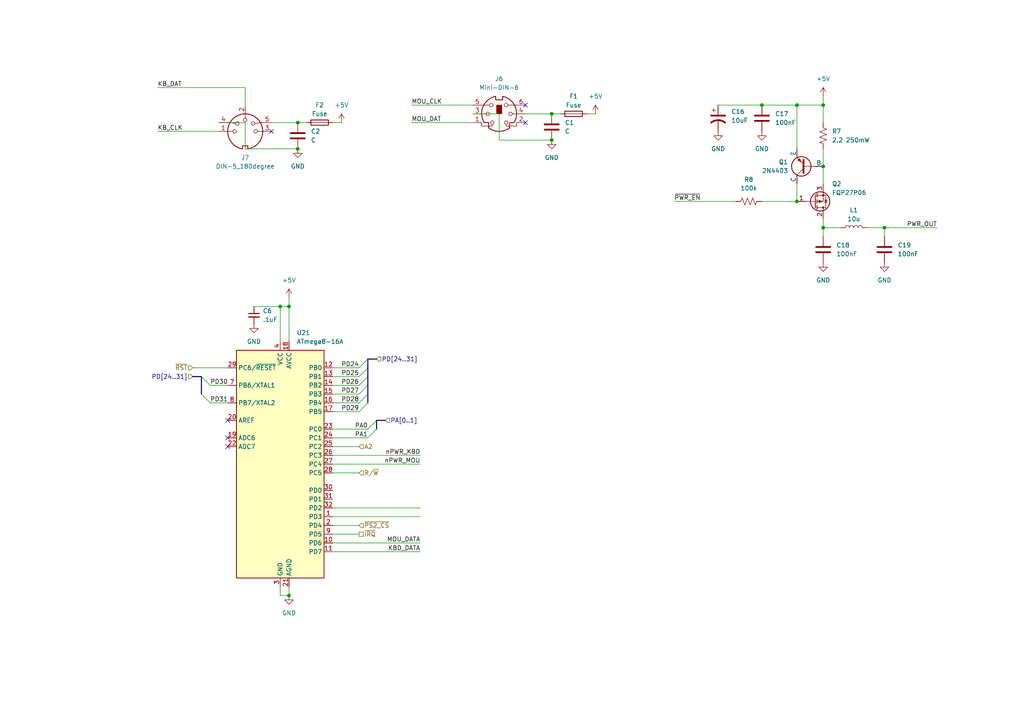
<source format=kicad_sch>
(kicad_sch (version 20230121) (generator eeschema)
  (paper "A4")
  (lib_symbols
    (symbol "Connector:DIN-5_180degree" (pin_names (offset 1.016))
      (property "Reference" "J" (at 3.175 5.715 0))
      (property "Value" "DIN-5_180degree" (at 0 -6.35 0))
      (symbol "DIN-5_180degree_0_1"
        (arc (start -5.08 0) (mid -3.8609 -3.3364) (end -0.762 -5.08) (stroke (width 0.254)))
        (circle (center -3.048 0) (radius 0.508))
        (circle (center -2.286 2.286) (radius 0.508))
        (polyline (pts (xy -5.08 0) (xy -3.556 0)))
        (polyline (pts (xy 0 5.08) (xy 0 3.81)))
        (polyline (pts (xy 5.08 0) (xy 3.556 0)))
        (polyline (pts (xy -5.08 2.54) (xy -4.318 2.54) (xy -2.794 2.286)))
        (polyline (pts (xy 5.08 2.54) (xy 4.318 2.54) (xy 2.794 2.286)))
        (polyline (pts (xy -0.762 -4.953) (xy -0.762 -4.191) (xy 0.762 -4.191) (xy 0.762 -4.953)) (stroke (width 0.254)))
        (circle (center 0 3.302) (radius 0.508))
        (arc (start 0.762 -5.08) (mid 3.8685 -3.343) (end 5.08 0) (stroke (width 0.254)))
        (circle (center 2.286 2.286) (radius 0.508))
        (circle (center 3.048 0) (radius 0.508))
        (arc (start 5.08 0) (mid 0 5.0579) (end -5.08 0) (stroke (width 0.254)))
      )
      (symbol "DIN-5_180degree_1_1"
        (pin passive line (at -7.62 0 0) (length 2.54) (name "~") (number "1"))
        (pin passive line (at 0 7.62 270) (length 2.54) (name "~") (number "2"))
        (pin passive line (at 7.62 0 180) (length 2.54) (name "~") (number "3"))
        (pin passive line (at -7.62 2.54 0) (length 2.54) (name "~") (number "4"))
        (pin passive line (at 7.62 2.54 180) (length 2.54) (name "~") (number "5"))
      )
    )
    (symbol "Connector:Mini-DIN-6" (pin_names (offset 1.016))
      (property "Reference" "J" (at 0 6.35 0))
      (property "Value" "Mini-DIN-6" (at 0 -6.35 0))
      (symbol "Mini-DIN-6_0_1"
        (circle (center -3.302 0) (radius 0.508))
        (arc (start -3.048 -4.064) (mid 0 -5.08) (end 3.048 -4.064) (stroke (width 0.254)))
        (circle (center -2.032 -2.54) (radius 0.508))
        (circle (center -2.032 2.54) (radius 0.508))
        (arc (start -1.016 5.08) (mid -4.6228 2.1214) (end -4.318 -2.54) (stroke (width 0.254)))
        (rectangle (start -0.762 2.54) (end 0.762 0) (fill (type outline)))
        (polyline (pts (xy -3.81 0) (xy -5.08 0)))
        (polyline (pts (xy -2.54 2.54) (xy -5.08 2.54)))
        (polyline (pts (xy 2.794 2.54) (xy 5.08 2.54)))
        (polyline (pts (xy 5.08 0) (xy 3.81 0)))
        (polyline (pts (xy -4.318 -2.54) (xy -3.048 -2.54) (xy -3.048 -4.064)) (stroke (width 0.254)))
        (polyline (pts (xy 4.318 -2.54) (xy 3.048 -2.54) (xy 3.048 -4.064)) (stroke (width 0.254)))
        (polyline (pts (xy -2.032 -3.048) (xy -2.032 -3.556) (xy -5.08 -3.556) (xy -5.08 -2.54)))
        (polyline (pts (xy -1.016 5.08) (xy -1.016 4.064) (xy 1.016 4.064) (xy 1.016 5.08)) (stroke (width 0.254)))
        (polyline (pts (xy 2.032 -3.048) (xy 2.032 -3.556) (xy 5.08 -3.556) (xy 5.08 -2.54)))
        (circle (center 2.032 -2.54) (radius 0.508))
        (circle (center 2.286 2.54) (radius 0.508))
        (circle (center 3.302 0) (radius 0.508))
        (arc (start 4.318 -2.54) (mid 4.6661 2.1322) (end 1.016 5.08) (stroke (width 0.254)))
      )
      (symbol "Mini-DIN-6_1_1"
        (pin passive line (at 7.62 -2.54 180) (length 2.54) (name "~") (number "1"))
        (pin passive line (at -7.62 -2.54 0) (length 2.54) (name "~") (number "2"))
        (pin passive line (at 7.62 0 180) (length 2.54) (name "~") (number "3"))
        (pin passive line (at -7.62 0 0) (length 2.54) (name "~") (number "4"))
        (pin passive line (at 7.62 2.54 180) (length 2.54) (name "~") (number "5"))
        (pin passive line (at -7.62 2.54 0) (length 2.54) (name "~") (number "6"))
      )
    )
    (symbol "Device:C" (pin_numbers hide) (pin_names (offset 0.254))
      (property "Reference" "C" (at 0.635 2.54 0))
      (property "Value" "C" (at 0.635 -2.54 0))
      (symbol "C_0_1"
        (polyline (pts (xy -2.032 -0.762) (xy 2.032 -0.762)) (stroke (width 0.508)))
        (polyline (pts (xy -2.032 0.762) (xy 2.032 0.762)) (stroke (width 0.508)))
      )
      (symbol "C_1_1"
        (pin passive line (at 0 3.81 270) (length 2.794) (name "~") (number "1"))
        (pin passive line (at 0 -3.81 90) (length 2.794) (name "~") (number "2"))
      )
    )
    (symbol "Device:C_Polarized_US" (pin_numbers hide) (pin_names (offset 0.254) hide)
      (property "Reference" "C" (at 0.635 2.54 0))
      (property "Value" "C_Polarized_US" (at 0.635 -2.54 0))
      (symbol "C_Polarized_US_0_1"
        (polyline (pts (xy -2.032 0.762) (xy 2.032 0.762)) (stroke (width 0.508)))
        (polyline (pts (xy -1.778 2.286) (xy -0.762 2.286)))
        (polyline (pts (xy -1.27 1.778) (xy -1.27 2.794)))
        (arc (start 2.032 -1.27) (mid 0 -0.5572) (end -2.032 -1.27) (stroke (width 0.508)))
      )
      (symbol "C_Polarized_US_1_1"
        (pin passive line (at 0 3.81 270) (length 2.794) (name "~") (number "1"))
        (pin passive line (at 0 -3.81 90) (length 3.302) (name "~") (number "2"))
      )
    )
    (symbol "Device:C_Small" (pin_numbers hide) (pin_names (offset 0.254) hide)
      (property "Reference" "C" (at 0.254 1.778 0))
      (property "Value" "C_Small" (at 0.254 -2.032 0))
      (symbol "C_Small_0_1"
        (polyline (pts (xy -1.524 -0.508) (xy 1.524 -0.508)) (stroke (width 0.3302)))
        (polyline (pts (xy -1.524 0.508) (xy 1.524 0.508)) (stroke (width 0.3048)))
      )
      (symbol "C_Small_1_1"
        (pin passive line (at 0 2.54 270) (length 2.032) (name "~") (number "1"))
        (pin passive line (at 0 -2.54 90) (length 2.032) (name "~") (number "2"))
      )
    )
    (symbol "Device:Fuse" (pin_numbers hide) (pin_names (offset 0))
      (property "Reference" "F" (at 2.032 0 90))
      (property "Value" "Fuse" (at -1.905 0 90))
      (symbol "Fuse_0_1"
        (rectangle (start -0.762 -2.54) (end 0.762 2.54) (stroke (width 0.254)))
        (polyline (pts (xy 0 2.54) (xy 0 -2.54)))
      )
      (symbol "Fuse_1_1"
        (pin passive line (at 0 3.81 270) (length 1.27) (name "~") (number "1"))
        (pin passive line (at 0 -3.81 90) (length 1.27) (name "~") (number "2"))
      )
    )
    (symbol "Device:L" (pin_numbers hide) (pin_names (offset 1.016) hide)
      (property "Reference" "L" (at -1.27 0 90))
      (property "Value" "L" (at 1.905 0 90))
      (symbol "L_0_1"
        (arc (start 0 -2.54) (mid 0.6323 -1.905) (end 0 -1.27))
        (arc (start 0 -1.27) (mid 0.6323 -0.635) (end 0 0))
        (arc (start 0 0) (mid 0.6323 0.635) (end 0 1.27))
        (arc (start 0 1.27) (mid 0.6323 1.905) (end 0 2.54))
      )
      (symbol "L_1_1"
        (pin passive line (at 0 3.81 270) (length 1.27) (name "1") (number "1"))
        (pin passive line (at 0 -3.81 90) (length 1.27) (name "2") (number "2"))
      )
    )
    (symbol "Device:R_US" (pin_numbers hide) (pin_names (offset 0))
      (property "Reference" "R" (at 2.54 0 90))
      (property "Value" "R_US" (at -2.54 0 90))
      (symbol "R_US_0_1"
        (polyline (pts (xy 0 -2.286) (xy 0 -2.54)))
        (polyline (pts (xy 0 2.286) (xy 0 2.54)))
        (polyline (pts (xy 0 -0.762) (xy 1.016 -1.143) (xy 0 -1.524) (xy -1.016 -1.905) (xy 0 -2.286)))
        (polyline (pts (xy 0 0.762) (xy 1.016 0.381) (xy 0 0) (xy -1.016 -0.381) (xy 0 -0.762)))
        (polyline (pts (xy 0 2.286) (xy 1.016 1.905) (xy 0 1.524) (xy -1.016 1.143) (xy 0 0.762)))
      )
      (symbol "R_US_1_1"
        (pin passive line (at 0 3.81 270) (length 1.27) (name "~") (number "1"))
        (pin passive line (at 0 -3.81 90) (length 1.27) (name "~") (number "2"))
      )
    )
    (symbol "MCU_Microchip_ATmega:ATmega8-16A"
      (property "Reference" "U" (at -12.7 34.29 0))
      (property "Value" "ATmega8-16A" (at 5.08 -34.29 0))
      (symbol "ATmega8-16A_0_1"
        (rectangle (start -12.7 -33.02) (end 12.7 33.02) (stroke (width 0.254)) (fill (type background)))
      )
      (symbol "ATmega8-16A_1_1"
        (pin bidirectional line (at 15.24 -15.24 180) (length 2.54) (name "PD3") (number "1"))
        (pin bidirectional line (at 15.24 -22.86 180) (length 2.54) (name "PD6") (number "10"))
        (pin bidirectional line (at 15.24 -25.4 180) (length 2.54) (name "PD7") (number "11"))
        (pin bidirectional line (at 15.24 27.94 180) (length 2.54) (name "PB0") (number "12"))
        (pin bidirectional line (at 15.24 25.4 180) (length 2.54) (name "PB1") (number "13"))
        (pin bidirectional line (at 15.24 22.86 180) (length 2.54) (name "PB2") (number "14"))
        (pin bidirectional line (at 15.24 20.32 180) (length 2.54) (name "PB3") (number "15"))
        (pin bidirectional line (at 15.24 17.78 180) (length 2.54) (name "PB4") (number "16"))
        (pin bidirectional line (at 15.24 15.24 180) (length 2.54) (name "PB5") (number "17"))
        (pin power_in line (at 2.54 35.56 270) (length 2.54) (name "AVCC") (number "18"))
        (pin input line (at -15.24 7.62 0) (length 2.54) (name "ADC6") (number "19"))
        (pin bidirectional line (at 15.24 -17.78 180) (length 2.54) (name "PD4") (number "2"))
        (pin passive line (at -15.24 12.7 0) (length 2.54) (name "AREF") (number "20"))
        (pin power_in line (at 2.54 -35.56 90) (length 2.54) (name "AGND") (number "21"))
        (pin input line (at -15.24 5.08 0) (length 2.54) (name "ADC7") (number "22"))
        (pin bidirectional line (at 15.24 10.16 180) (length 2.54) (name "PC0") (number "23"))
        (pin bidirectional line (at 15.24 7.62 180) (length 2.54) (name "PC1") (number "24"))
        (pin bidirectional line (at 15.24 5.08 180) (length 2.54) (name "PC2") (number "25"))
        (pin bidirectional line (at 15.24 2.54 180) (length 2.54) (name "PC3") (number "26"))
        (pin bidirectional line (at 15.24 0 180) (length 2.54) (name "PC4") (number "27"))
        (pin bidirectional line (at 15.24 -2.54 180) (length 2.54) (name "PC5") (number "28"))
        (pin bidirectional line (at -15.24 27.94 0) (length 2.54) (name "PC6/~{RESET}") (number "29"))
        (pin power_in line (at 0 -35.56 90) (length 2.54) (name "GND") (number "3"))
        (pin bidirectional line (at 15.24 -7.62 180) (length 2.54) (name "PD0") (number "30"))
        (pin bidirectional line (at 15.24 -10.16 180) (length 2.54) (name "PD1") (number "31"))
        (pin bidirectional line (at 15.24 -12.7 180) (length 2.54) (name "PD2") (number "32"))
        (pin power_in line (at 0 35.56 270) (length 2.54) (name "VCC") (number "4"))
        (pin passive line (at 0 -35.56 90) (length 2.54) hide (name "GND") (number "5"))
        (pin passive line (at 0 35.56 270) (length 2.54) hide (name "VCC") (number "6"))
        (pin bidirectional line (at -15.24 22.86 0) (length 2.54) (name "PB6/XTAL1") (number "7"))
        (pin bidirectional line (at -15.24 17.78 0) (length 2.54) (name "PB7/XTAL2") (number "8"))
        (pin bidirectional line (at 15.24 -20.32 180) (length 2.54) (name "PD5") (number "9"))
      )
    )
    (symbol "Simulation_SPICE:PNP" (pin_numbers hide) (pin_names (offset 0))
      (property "Reference" "Q" (at -2.54 7.62 0))
      (property "Value" "PNP" (at -2.54 5.08 0))
      (symbol "PNP_0_1"
        (polyline (pts (xy -2.54 0) (xy 0.635 0)) (stroke (width 0.1524)))
        (polyline (pts (xy 0.635 0.635) (xy 2.54 2.54)))
        (polyline (pts (xy 0.635 -0.635) (xy 2.54 -2.54) (xy 2.54 -2.54)))
        (polyline (pts (xy 0.635 1.905) (xy 0.635 -1.905) (xy 0.635 -1.905)) (stroke (width 0.508)))
        (polyline (pts (xy 2.286 -1.778) (xy 1.778 -2.286) (xy 1.27 -1.27) (xy 2.286 -1.778) (xy 2.286 -1.778)) (fill (type outline)))
        (circle (center 1.27 0) (radius 2.8194) (stroke (width 0.254)))
      )
      (symbol "PNP_1_1"
        (pin open_collector line (at 2.54 5.08 270) (length 2.54) (name "C") (number "1"))
        (pin input line (at -5.08 0 0) (length 2.54) (name "B") (number "2"))
        (pin open_emitter line (at 2.54 -5.08 90) (length 2.54) (name "E") (number "3"))
      )
    )
    (symbol "Transistor_FET:FQP27P06" (pin_names hide)
      (property "Reference" "Q" (at 5.08 1.905 0))
      (property "Value" "FQP27P06" (at 5.08 0 0))
      (symbol "FQP27P06_0_1"
        (polyline (pts (xy 0.254 0) (xy -2.54 0)))
        (polyline (pts (xy 0.254 1.905) (xy 0.254 -1.905)) (stroke (width 0.254)))
        (polyline (pts (xy 0.762 -1.27) (xy 0.762 -2.286)) (stroke (width 0.254)))
        (polyline (pts (xy 0.762 0.508) (xy 0.762 -0.508)) (stroke (width 0.254)))
        (polyline (pts (xy 0.762 2.286) (xy 0.762 1.27)) (stroke (width 0.254)))
        (polyline (pts (xy 2.54 2.54) (xy 2.54 1.778)))
        (polyline (pts (xy 2.54 -2.54) (xy 2.54 0) (xy 0.762 0)))
        (polyline (pts (xy 0.762 1.778) (xy 3.302 1.778) (xy 3.302 -1.778) (xy 0.762 -1.778)))
        (polyline (pts (xy 2.286 0) (xy 1.27 0.381) (xy 1.27 -0.381) (xy 2.286 0)) (fill (type outline)))
        (polyline (pts (xy 2.794 -0.508) (xy 2.921 -0.381) (xy 3.683 -0.381) (xy 3.81 -0.254)))
        (polyline (pts (xy 3.302 -0.381) (xy 2.921 0.254) (xy 3.683 0.254) (xy 3.302 -0.381)))
        (circle (center 1.651 0) (radius 2.794) (stroke (width 0.254)))
        (circle (center 2.54 -1.778) (radius 0.254) (fill (type outline)))
        (circle (center 2.54 1.778) (radius 0.254) (fill (type outline)))
      )
      (symbol "FQP27P06_1_1"
        (pin input line (at -5.08 0 0) (length 2.54) (name "G") (number "1"))
        (pin passive line (at 2.54 5.08 270) (length 2.54) (name "D") (number "2"))
        (pin passive line (at 2.54 -5.08 90) (length 2.54) (name "S") (number "3"))
      )
    )
    (symbol "power:+5V" (power) (pin_names (offset 0))
      (property "Value" "+5V" (at 0 3.556 0))
      (symbol "+5V_0_1"
        (polyline (pts (xy -0.762 1.27) (xy 0 2.54)))
        (polyline (pts (xy 0 0) (xy 0 2.54)))
        (polyline (pts (xy 0 2.54) (xy 0.762 1.27)))
      )
      (symbol "+5V_1_1"
        (pin power_in line (at 0 0 90) (length 0) hide (name "+5V") (number "1"))
      )
    )
    (symbol "power:GND" (power) (pin_names (offset 0))
      (property "Value" "GND" (at 0 -3.81 0))
      (symbol "GND_0_1"
        (polyline (pts (xy 0 0) (xy 0 -1.27) (xy 1.27 -1.27) (xy 0 -2.54) (xy -1.27 -1.27) (xy 0 -1.27)))
      )
      (symbol "GND_1_1"
        (pin power_in line (at 0 0 270) (length 0) hide (name "GND") (number "1"))
      )
    )
  )
  (junction (at 160.02 33.02))
  (junction (at 86.36 43.18))
  (junction (at 86.36 35.56))
  (junction (at 160.02 40.64))
  (junction (at 81.28 88.9))
  (junction (at 83.82 172.72))
  (junction (at 220.98 30.48))
  (junction (at 231.14 58.42))
  (junction (at 256.54 66.04))
  (junction (at 83.82 88.9))
  (junction (at 238.76 66.04))
  (junction (at 238.76 48.26))
  (junction (at 238.76 30.48))
  (junction (at 231.14 30.48))
  (no_connect (at 66.04 129.54))
  (no_connect (at 66.04 127))
  (no_connect (at 78.74 38.1))
  (no_connect (at 152.4 30.48))
  (no_connect (at 66.04 121.92))
  (no_connect (at 152.4 35.56))
  (bus_entry (at 106.68 124.46) (size 2.54 -2.54))
  (bus_entry (at 104.14 114.3) (size 2.54 -2.54))
  (bus_entry (at 58.42 109.22) (size 2.54 2.54))
  (bus_entry (at 58.42 114.3) (size 2.54 2.54))
  (bus_entry (at 104.14 116.84) (size 2.54 -2.54))
  (bus_entry (at 106.68 127) (size 2.54 -2.54))
  (bus_entry (at 104.14 106.68) (size 2.54 -2.54))
  (bus_entry (at 104.14 119.38) (size 2.54 -2.54))
  (bus_entry (at 104.14 111.76) (size 2.54 -2.54))
  (bus_entry (at 104.14 109.22) (size 2.54 -2.54))
  (wire (pts (xy 96.52 160.02) (xy 121.92 160.02)))
  (wire (pts (xy 96.52 132.08) (xy 121.92 132.08)))
  (wire (pts (xy 96.52 152.4) (xy 104.14 152.4)))
  (wire (pts (xy 45.72 25.4) (xy 71.12 25.4)))
  (wire (pts (xy 144.78 40.64) (xy 160.02 40.64)))
  (wire (pts (xy 96.52 119.38) (xy 104.14 119.38)))
  (wire (pts (xy 119.38 35.56) (xy 137.16 35.56)))
  (wire (pts (xy 144.78 40.64) (xy 144.78 33.02)))
  (wire (pts (xy 238.76 66.04) (xy 243.84 66.04)))
  (wire (pts (xy 96.52 137.16) (xy 104.14 137.16)))
  (wire (pts (xy 220.98 30.48) (xy 231.14 30.48)))
  (wire (pts (xy 144.78 33.02) (xy 137.16 33.02)))
  (wire (pts (xy 96.52 106.68) (xy 104.14 106.68)))
  (wire (pts (xy 195.58 58.42) (xy 213.36 58.42)))
  (wire (pts (xy 238.76 66.04) (xy 238.76 63.5)))
  (wire (pts (xy 96.52 129.54) (xy 104.14 129.54)))
  (wire (pts (xy 231.14 30.48) (xy 231.14 43.18)))
  (wire (pts (xy 86.36 35.56) (xy 88.9 35.56)))
  (wire (pts (xy 256.54 66.04) (xy 271.78 66.04)))
  (wire (pts (xy 238.76 27.94) (xy 238.76 30.48)))
  (wire (pts (xy 96.52 154.94) (xy 104.14 154.94)))
  (wire (pts (xy 96.52 149.86) (xy 121.92 149.86)))
  (wire (pts (xy 73.66 88.9) (xy 81.28 88.9)))
  (wire (pts (xy 78.74 35.56) (xy 86.36 35.56)))
  (wire (pts (xy 220.98 58.42) (xy 231.14 58.42)))
  (bus (pts (xy 106.68 104.14) (xy 106.68 106.68)))
  (bus (pts (xy 109.22 121.92) (xy 109.22 124.46)))
  (wire (pts (xy 81.28 88.9) (xy 81.28 99.06)))
  (bus (pts (xy 109.22 104.14) (xy 106.68 104.14)))
  (bus (pts (xy 106.68 106.68) (xy 106.68 109.22)))
  (wire (pts (xy 71.12 43.18) (xy 86.36 43.18)))
  (wire (pts (xy 81.28 88.9) (xy 83.82 88.9)))
  (wire (pts (xy 96.52 124.46) (xy 106.68 124.46)))
  (wire (pts (xy 83.82 170.18) (xy 83.82 172.72)))
  (wire (pts (xy 96.52 116.84) (xy 104.14 116.84)))
  (wire (pts (xy 45.72 38.1) (xy 63.5 38.1)))
  (wire (pts (xy 83.82 88.9) (xy 83.82 99.06)))
  (wire (pts (xy 160.02 33.02) (xy 162.56 33.02)))
  (bus (pts (xy 55.88 109.22) (xy 58.42 109.22)))
  (wire (pts (xy 96.52 35.56) (xy 99.06 35.56)))
  (wire (pts (xy 96.52 157.48) (xy 121.92 157.48)))
  (wire (pts (xy 96.52 114.3) (xy 104.14 114.3)))
  (wire (pts (xy 96.52 127) (xy 106.68 127)))
  (bus (pts (xy 106.68 111.76) (xy 106.68 114.3)))
  (wire (pts (xy 60.96 111.76) (xy 66.04 111.76)))
  (wire (pts (xy 152.4 33.02) (xy 160.02 33.02)))
  (wire (pts (xy 238.76 43.18) (xy 238.76 48.26)))
  (bus (pts (xy 111.76 121.92) (xy 109.22 121.92)))
  (wire (pts (xy 208.28 30.48) (xy 220.98 30.48)))
  (wire (pts (xy 55.88 106.68) (xy 66.04 106.68)))
  (wire (pts (xy 71.12 35.56) (xy 71.12 43.18)))
  (wire (pts (xy 170.18 33.02) (xy 172.72 33.02)))
  (wire (pts (xy 238.76 30.48) (xy 231.14 30.48)))
  (wire (pts (xy 231.14 53.34) (xy 231.14 58.42)))
  (wire (pts (xy 238.76 48.26) (xy 238.76 53.34)))
  (bus (pts (xy 58.42 114.3) (xy 58.42 109.22)))
  (wire (pts (xy 256.54 66.04) (xy 256.54 68.58)))
  (wire (pts (xy 96.52 111.76) (xy 104.14 111.76)))
  (bus (pts (xy 106.68 109.22) (xy 106.68 111.76)))
  (wire (pts (xy 251.46 66.04) (xy 256.54 66.04)))
  (wire (pts (xy 96.52 147.32) (xy 121.92 147.32)))
  (bus (pts (xy 106.68 114.3) (xy 106.68 116.84)))
  (wire (pts (xy 238.76 30.48) (xy 238.76 35.56)))
  (wire (pts (xy 238.76 68.58) (xy 238.76 66.04)))
  (wire (pts (xy 81.28 172.72) (xy 83.82 172.72)))
  (wire (pts (xy 96.52 109.22) (xy 104.14 109.22)))
  (wire (pts (xy 96.52 134.62) (xy 121.92 134.62)))
  (wire (pts (xy 71.12 30.48) (xy 71.12 25.4)))
  (wire (pts (xy 119.38 30.48) (xy 137.16 30.48)))
  (wire (pts (xy 83.82 86.36) (xy 83.82 88.9)))
  (wire (pts (xy 81.28 170.18) (xy 81.28 172.72)))
  (wire (pts (xy 63.5 35.56) (xy 71.12 35.56)))
  (wire (pts (xy 60.96 116.84) (xy 66.04 116.84)))
  (label "PD24" (at 104.14 106.68 180))
  (label "PD31" (at 60.96 116.84 0))
  (label "nPWR_KBD" (at 121.92 132.08 180))
  (label "nPWR_MOU" (at 121.92 134.62 180))
  (label "MOU_CLK" (at 119.38 30.48 0))
  (label "MOU_DAT" (at 119.38 35.56 0))
  (label "PD30" (at 60.96 111.76 0))
  (label "PD27" (at 104.14 114.3 180))
  (label "PWR_OUT" (at 271.78 66.04 180))
  (label "PD26" (at 104.14 111.76 180))
  (label "MOU_DATA" (at 121.92 157.48 180))
  (label "PD29" (at 104.14 119.38 180))
  (label "PA1" (at 106.68 127 180))
  (label "KB_CLK" (at 45.72 38.1 0))
  (label "~{PWR_EN}" (at 195.58 58.42 0))
  (label "KBD_DATA" (at 121.92 160.02 180))
  (label "KB_DAT" (at 45.72 25.4 0))
  (label "PD28" (at 104.14 116.84 180))
  (label "PD25" (at 104.14 109.22 180))
  (label "PA0" (at 106.68 124.46 180))
  (hierarchical_label "PD[24..31]" (shape input) (at 109.22 104.14 0))
  (hierarchical_label "PA[0..1]" (shape input) (at 111.76 121.92 0))
  (hierarchical_label "A2" (shape input) (at 104.14 129.54 0))
  (hierarchical_label "~{IRQ}" (shape passive) (at 104.14 154.94 0))
  (hierarchical_label "~{RST}" (shape input) (at 55.88 106.68 180))
  (hierarchical_label "~{PS2_CS}" (shape input) (at 104.14 152.4 0))
  (hierarchical_label "R{slash}~{W}" (shape input) (at 104.14 137.16 0))
  (hierarchical_label "PD[24..31]" (shape input) (at 55.88 109.22 180))
  (symbol (lib_id "Device:Fuse") (at 92.71 35.56 90) (unit 1)
    (property "Reference" "F2" (at 92.71 30.48 90))
    (property "Value" "Fuse" (at 92.71 33.02 90))
  )
  (symbol (lib_id "Device:L") (at 247.65 66.04 90) (unit 1)
    (property "Reference" "L1" (at 247.65 60.96 90))
    (property "Value" "10u" (at 247.65 63.5 90))
  )
  (symbol (lib_id "Device:Fuse") (at 166.37 33.02 90) (unit 1)
    (property "Reference" "F1" (at 166.37 27.94 90))
    (property "Value" "Fuse" (at 166.37 30.48 90))
  )
  (symbol (lib_id "Device:C") (at 238.76 72.39 0) (unit 1)
    (property "Reference" "C18" (at 242.57 71.12 0) (effects (justify left)))
    (property "Value" "100nF" (at 242.57 73.66 0) (effects (justify left)))
  )
  (symbol (lib_id "power:GND") (at 83.82 172.72 0) (unit 1)
    (property "Reference" "#PWR0117" (effects hide))
    (property "Value" "GND" (at 83.82 177.8 0))
  )
  (symbol (lib_id "power:GND") (at 160.02 40.64 0) (unit 1)
    (property "Reference" "#PWR017" (effects hide))
    (property "Value" "GND" (at 160.02 45.72 0))
  )
  (symbol (lib_id "power:+5V") (at 238.76 27.94 0) (unit 1)
    (property "Reference" "#PWR0152" (effects hide))
    (property "Value" "+5V" (at 238.76 22.86 0))
  )
  (symbol (lib_id "Device:R_US") (at 238.76 39.37 0) (unit 1)
    (property "Reference" "R7" (at 241.3 38.1 0) (effects (justify left)))
    (property "Value" "2.2 250mW" (at 241.3 40.64 0) (effects (justify left)))
  )
  (symbol (lib_id "power:GND") (at 256.54 76.2 0) (unit 1)
    (property "Reference" "#PWR0156" (effects hide))
    (property "Value" "GND" (at 256.54 81.28 0))
  )
  (symbol (lib_id "power:+5V") (at 99.06 35.56 0) (unit 1)
    (property "Reference" "#PWR010" (effects hide))
    (property "Value" "+5V" (at 99.06 30.48 0))
  )
  (symbol (lib_id "Device:C") (at 220.98 34.29 0) (unit 1)
    (property "Reference" "C17" (at 224.79 33.02 0) (effects (justify left)))
    (property "Value" "100nF" (at 224.79 35.56 0) (effects (justify left)))
  )
  (symbol (lib_id "MCU_Microchip_ATmega:ATmega8-16A") (at 81.28 134.62 0) (unit 1)
    (property "Reference" "U21" (at 86.0141 96.52 0) (effects (justify left)))
    (property "Value" "ATmega8-16A" (at 86.0141 99.06 0) (effects (justify left)))
    (property "Footprint" "Package_QFP:TQFP-32_7x7mm_P0.8mm" (effects hide))
    (property "Datasheet" "http://ww1.microchip.com/downloads/en/DeviceDoc/atmel-2486-8-bit-avr-microcontroller-atmega8_l_datasheet.pdf" (effects hide))
  )
  (symbol (lib_id "Device:C") (at 160.02 36.83 0) (unit 1)
    (property "Reference" "C1" (at 163.83 35.56 0) (effects (justify left)))
    (property "Value" "C" (at 163.83 38.1 0) (effects (justify left)))
    (property "Footprint" "Capacitor_SMD:C_0603_1608Metric" (effects hide))
  )
  (symbol (lib_id "power:GND") (at 73.66 93.98 0) (unit 1)
    (property "Reference" "#PWR0116" (effects hide))
    (property "Value" "GND" (at 73.66 99.06 0))
  )
  (symbol (lib_id "power:+5V") (at 172.72 33.02 0) (unit 1)
    (property "Reference" "#PWR09" (effects hide))
    (property "Value" "+5V" (at 172.72 27.94 0))
  )
  (symbol (lib_id "power:GND") (at 220.98 38.1 0) (unit 1)
    (property "Reference" "#PWR0153" (effects hide))
    (property "Value" "GND" (at 220.98 43.18 0))
  )
  (symbol (lib_id "Simulation_SPICE:PNP") (at 233.68 48.26 180) (unit 1)
    (property "Reference" "Q1" (at 228.6 46.99 0) (effects (justify left)))
    (property "Value" "2N4403" (at 228.6 49.53 0) (effects (justify left)))
    (property "Sim.Device" "PNP" (effects hide))
    (property "Sim.Type" "GUMMELPOON" (effects hide))
    (property "Sim.Pins" "1=C 2=B 3=E" (effects hide))
  )
  (symbol (lib_id "Device:C_Small") (at 73.66 91.44 0) (mirror y) (unit 1)
    (property "Reference" "C6" (at 76.2 90.1763 0) (effects (justify right)))
    (property "Value" ".1uF" (at 76.2 92.7163 0) (effects (justify right)))
  )
  (symbol (lib_id "Device:C_Polarized_US") (at 208.28 34.29 0) (unit 1)
    (property "Reference" "C16" (at 212.09 32.385 0) (effects (justify left)))
    (property "Value" "10uF" (at 212.09 34.925 0) (effects (justify left)))
  )
  (symbol (lib_id "Device:R_US") (at 217.17 58.42 90) (unit 1)
    (property "Reference" "R8" (at 217.17 52.07 90))
    (property "Value" "100k" (at 217.17 54.61 90))
  )
  (symbol (lib_id "Connector:Mini-DIN-6") (at 144.78 33.02 0) (mirror y) (unit 1)
    (property "Reference" "J6" (at 144.7623 22.86 0))
    (property "Value" "Mini-DIN-6" (at 144.7623 25.4 0))
    (property "Footprint" "68040:Mini-DIN6" (effects hide))
    (property "Datasheet" "http://service.powerdynamics.com/ec/Catalog17/Section%2011.pdf" (effects hide))
  )
  (symbol (lib_id "Transistor_FET:FQP27P06") (at 236.22 58.42 0) (mirror x) (unit 1)
    (property "Reference" "Q2" (at 241.3 53.34 0) (effects (justify left)))
    (property "Value" "FQP27P06" (at 241.3 55.88 0) (effects (justify left)))
    (property "Footprint" "Package_TO_SOT_THT:TO-220-3_Vertical" (effects hide))
    (property "Datasheet" "https://www.onsemi.com/pub/Collateral/FQP27P06-D.PDF" (effects hide))
  )
  (symbol (lib_id "Device:C") (at 256.54 72.39 0) (unit 1)
    (property "Reference" "C19" (at 260.35 71.12 0) (effects (justify left)))
    (property "Value" "100nF" (at 260.35 73.66 0) (effects (justify left)))
  )
  (symbol (lib_id "power:GND") (at 208.28 38.1 0) (unit 1)
    (property "Reference" "#PWR0154" (effects hide))
    (property "Value" "GND" (at 208.28 43.18 0))
  )
  (symbol (lib_id "power:GND") (at 86.36 43.18 0) (unit 1)
    (property "Reference" "#PWR018" (effects hide))
    (property "Value" "GND" (at 86.36 48.26 0))
  )
  (symbol (lib_id "Device:C") (at 86.36 39.37 0) (unit 1)
    (property "Reference" "C2" (at 90.17 38.1 0) (effects (justify left)))
    (property "Value" "C" (at 90.17 40.64 0) (effects (justify left)))
    (property "Footprint" "Capacitor_SMD:C_0603_1608Metric" (effects hide))
  )
  (symbol (lib_id "power:GND") (at 238.76 76.2 0) (unit 1)
    (property "Reference" "#PWR0155" (effects hide))
    (property "Value" "GND" (at 238.76 81.28 0))
  )
  (symbol (lib_id "Connector:DIN-5_180degree") (at 71.12 38.1 0) (unit 1)
    (property "Reference" "J7" (at 71.1201 45.72 0))
    (property "Value" "DIN-5_180degree" (at 71.1201 48.26 0))
    (property "Footprint" "68040:DIN5-180" (effects hide))
    (property "Datasheet" "http://www.mouser.com/ds/2/18/40_c091_abd_e-75918.pdf" (effects hide))
  )
  (symbol (lib_id "power:+5V") (at 83.82 86.36 0) (unit 1)
    (property "Reference" "#PWR0115" (effects hide))
    (property "Value" "+5V" (at 83.82 81.28 0))
  )
)
</source>
